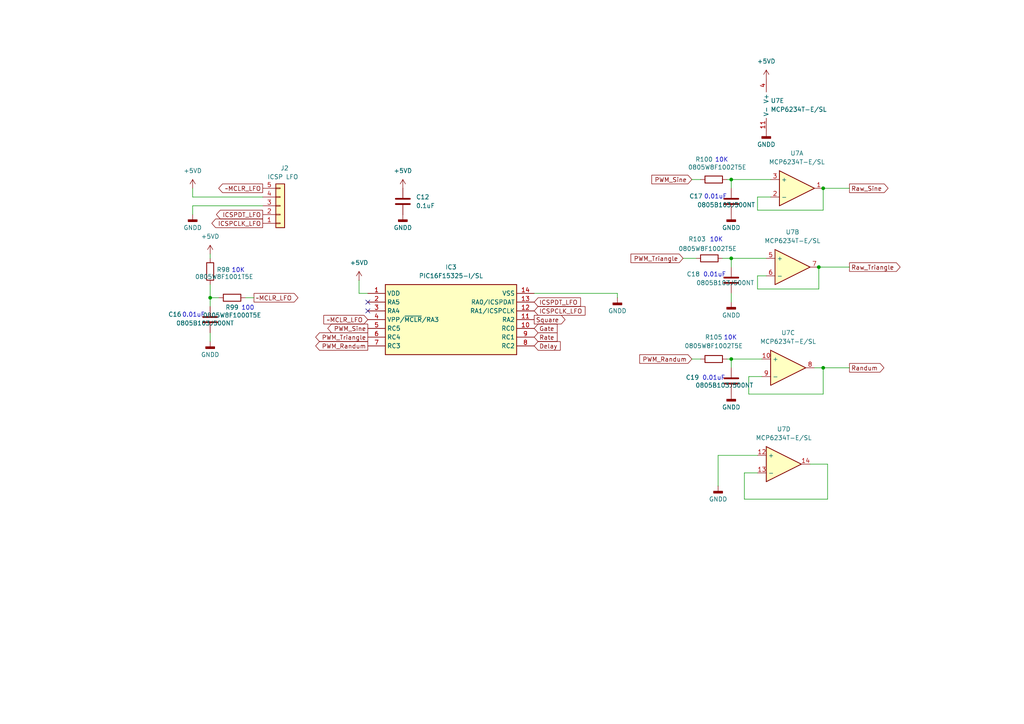
<source format=kicad_sch>
(kicad_sch (version 20250114) (generator "eeschema") (generator_version "9.0")
  (paper "A4")
  (lib_symbols
    (symbol "Connector_Generic:Conn_01x05" (pin_names (offset 1.016) (hide yes))
      (property "Reference" "J" (at 0 7.62 0))
      (property "Value" "Conn_01x05" (at 0 -7.62 0))
      (symbol "Conn_01x05_1_1"
        (rectangle (start -1.27 6.35) (end 1.27 -6.35) (stroke (width 0.254)) (fill (type background)))
        (rectangle (start -1.27 5.207) (end 0 4.953) (stroke (width 0.1524)))
        (rectangle (start -1.27 2.667) (end 0 2.413) (stroke (width 0.1524)))
        (rectangle (start -1.27 0.127) (end 0 -0.127) (stroke (width 0.1524)))
        (rectangle (start -1.27 -2.413) (end 0 -2.667) (stroke (width 0.1524)))
        (rectangle (start -1.27 -4.953) (end 0 -5.207) (stroke (width 0.1524)))
        (pin passive line (at -5.08 5.08 0) (length 3.81) (name "Pin_1") (number "1"))
        (pin passive line (at -5.08 2.54 0) (length 3.81) (name "Pin_2") (number "2"))
        (pin passive line (at -5.08 0 0) (length 3.81) (name "Pin_3") (number "3"))
        (pin passive line (at -5.08 -2.54 0) (length 3.81) (name "Pin_4") (number "4"))
        (pin passive line (at -5.08 -5.08 0) (length 3.81) (name "Pin_5") (number "5"))
      )
    )
    (symbol "Device:C" (pin_numbers (hide yes)) (pin_names (offset 0.254))
      (property "Reference" "C" (at 0.635 2.54 0))
      (property "Value" "C" (at 0.635 -2.54 0))
      (symbol "C_0_1"
        (polyline (pts (xy -2.032 0.762) (xy 2.032 0.762)) (stroke (width 0.508)))
        (polyline (pts (xy -2.032 -0.762) (xy 2.032 -0.762)) (stroke (width 0.508)))
      )
      (symbol "C_1_1"
        (pin passive line (at 0 3.81 270) (length 2.794) (name "~") (number "1"))
        (pin passive line (at 0 -3.81 90) (length 2.794) (name "~") (number "2"))
      )
    )
    (symbol "Device:Opamp_Quad"
      (property "Reference" "U" (at 0 5.08 0))
      (property "Value" "Opamp_Quad" (at 0 -5.08 0))
      (symbol "Opamp_Quad_1_1"
        (polyline (pts (xy -5.08 5.08) (xy 5.08 0) (xy -5.08 -5.08) (xy -5.08 5.08)) (stroke (width 0.254)) (fill (type background)))
        (pin input line (at -7.62 2.54 0) (length 2.54) (name "+") (number "3"))
        (pin input line (at -7.62 -2.54 0) (length 2.54) (name "-") (number "2"))
        (pin output line (at 7.62 0 180) (length 2.54) (name "~") (number "1"))
      )
      (symbol "Opamp_Quad_2_1"
        (polyline (pts (xy -5.08 5.08) (xy 5.08 0) (xy -5.08 -5.08) (xy -5.08 5.08)) (stroke (width 0.254)) (fill (type background)))
        (pin input line (at -7.62 2.54 0) (length 2.54) (name "+") (number "5"))
        (pin input line (at -7.62 -2.54 0) (length 2.54) (name "-") (number "6"))
        (pin output line (at 7.62 0 180) (length 2.54) (name "~") (number "7"))
      )
      (symbol "Opamp_Quad_3_1"
        (polyline (pts (xy -5.08 5.08) (xy 5.08 0) (xy -5.08 -5.08) (xy -5.08 5.08)) (stroke (width 0.254)) (fill (type background)))
        (pin input line (at -7.62 2.54 0) (length 2.54) (name "+") (number "10"))
        (pin input line (at -7.62 -2.54 0) (length 2.54) (name "-") (number "9"))
        (pin output line (at 7.62 0 180) (length 2.54) (name "~") (number "8"))
      )
      (symbol "Opamp_Quad_4_1"
        (polyline (pts (xy -5.08 5.08) (xy 5.08 0) (xy -5.08 -5.08) (xy -5.08 5.08)) (stroke (width 0.254)) (fill (type background)))
        (pin input line (at -7.62 2.54 0) (length 2.54) (name "+") (number "12"))
        (pin input line (at -7.62 -2.54 0) (length 2.54) (name "-") (number "13"))
        (pin output line (at 7.62 0 180) (length 2.54) (name "~") (number "14"))
      )
      (symbol "Opamp_Quad_5_1"
        (pin power_in line (at -2.54 7.62 270) (length 3.81) (name "V+") (number "4"))
        (pin power_in line (at -2.54 -7.62 90) (length 3.81) (name "V-") (number "11"))
      )
    )
    (symbol "Device:R" (pin_numbers (hide yes)) (pin_names (offset 0))
      (property "Reference" "R" (at 2.032 0 90))
      (property "Value" "R" (at 0 0 90))
      (symbol "R_0_1"
        (rectangle (start -1.016 -2.54) (end 1.016 2.54) (stroke (width 0.254)))
      )
      (symbol "R_1_1"
        (pin passive line (at 0 3.81 270) (length 1.27) (name "~") (number "1"))
        (pin passive line (at 0 -3.81 90) (length 1.27) (name "~") (number "2"))
      )
    )
    (symbol "SamacSys_Parts:PIC16F15325-I_P"
      (property "Reference" "IC" (at 44.45 7.62 0))
      (property "Value" "PIC16F15325-I_P" (at 44.45 5.08 0))
      (symbol "PIC16F15325-I_P_1_1"
        (rectangle (start 5.08 2.54) (end 43.18 -17.78) (stroke (width 0.254)) (fill (type background)))
        (pin passive line (at 0 0 0) (length 5.08) (name "VDD") (number "1"))
        (pin passive line (at 0 -2.54 0) (length 5.08) (name "RA5") (number "2"))
        (pin passive line (at 0 -5.08 0) (length 5.08) (name "RA4") (number "3"))
        (pin passive line (at 0 -7.62 0) (length 5.08) (name "VPP/~{MCLR}/RA3") (number "4"))
        (pin passive line (at 0 -10.16 0) (length 5.08) (name "RC5") (number "5"))
        (pin passive line (at 0 -12.7 0) (length 5.08) (name "RC4") (number "6"))
        (pin passive line (at 0 -15.24 0) (length 5.08) (name "RC3") (number "7"))
        (pin passive line (at 48.26 0 180) (length 5.08) (name "VSS") (number "14"))
        (pin passive line (at 48.26 -2.54 180) (length 5.08) (name "RA0/ICSPDAT") (number "13"))
        (pin passive line (at 48.26 -5.08 180) (length 5.08) (name "RA1/ICSPCLK") (number "12"))
        (pin passive line (at 48.26 -7.62 180) (length 5.08) (name "RA2") (number "11"))
        (pin passive line (at 48.26 -10.16 180) (length 5.08) (name "RC0") (number "10"))
        (pin passive line (at 48.26 -12.7 180) (length 5.08) (name "RC1") (number "9"))
        (pin passive line (at 48.26 -15.24 180) (length 5.08) (name "RC2") (number "8"))
      )
    )
    (symbol "power:+5VD" (power) (pin_numbers (hide yes)) (pin_names (offset 0) (hide yes))
      (property "Value" "+5VD" (at 0 3.556 0))
      (symbol "+5VD_0_1"
        (polyline (pts (xy -0.762 1.27) (xy 0 2.54)))
        (polyline (pts (xy 0 2.54) (xy 0.762 1.27)))
        (polyline (pts (xy 0 0) (xy 0 2.54)))
      )
      (symbol "+5VD_1_1"
        (pin power_in line (at 0 0 90) (length 0) (name "~") (number "1"))
      )
    )
    (symbol "power:GNDD" (power) (pin_numbers (hide yes)) (pin_names (offset 0) (hide yes))
      (property "Value" "GNDD" (at 0 -3.175 0))
      (symbol "GNDD_0_1"
        (rectangle (start -1.27 -1.524) (end 1.27 -2.032) (stroke (width 0.254)) (fill (type outline)))
        (polyline (pts (xy 0 0) (xy 0 -1.524)))
      )
      (symbol "GNDD_1_1"
        (pin power_in line (at 0 0 270) (length 0) (name "~") (number "1"))
      )
    )
  )
  (text "10K" (at 69.088 78.486 0) (effects (font (size 1.27 1.27))))
  (text "0.01uF" (at 56.134 91.44 0) (effects (font (size 1.27 1.27))))
  (text "10K" (at 209.296 46.482 0) (effects (font (size 1.27 1.27))))
  (text "10K" (at 211.836 98.044 0) (effects (font (size 1.27 1.27))))
  (text "0.01uF" (at 207.264 79.756 0) (effects (font (size 1.27 1.27))))
  (text "0.01uF" (at 207.01 109.728 0) (effects (font (size 1.27 1.27))))
  (text "100" (at 71.882 89.408 0) (effects (font (size 1.27 1.27))))
  (text "10K" (at 207.772 69.596 0) (effects (font (size 1.27 1.27))))
  (text "0.01uF" (at 207.518 57.15 0) (effects (font (size 1.27 1.27))))
  (junction (at 212.09 104.14))
  (junction (at 212.09 52.07))
  (junction (at 237.49 77.47))
  (junction (at 60.96 86.36))
  (junction (at 212.09 74.93))
  (junction (at 238.76 106.68))
  (junction (at 238.76 54.61))
  (no_connect (at 106.68 87.63))
  (no_connect (at 106.68 90.17))
  (wire (pts (xy 238.76 106.68) (xy 236.22 106.68)))
  (wire (pts (xy 219.71 137.16) (xy 215.9 137.16)))
  (wire (pts (xy 60.96 96.52) (xy 60.96 99.06)))
  (wire (pts (xy 238.76 106.68) (xy 246.38 106.68)))
  (wire (pts (xy 223.52 57.15) (xy 219.71 57.15)))
  (wire (pts (xy 237.49 77.47) (xy 237.49 83.82)))
  (wire (pts (xy 219.71 60.96) (xy 238.76 60.96)))
  (wire (pts (xy 219.71 57.15) (xy 219.71 60.96)))
  (wire (pts (xy 210.82 104.14) (xy 212.09 104.14)))
  (wire (pts (xy 217.17 109.22) (xy 217.17 114.3)))
  (wire (pts (xy 210.82 52.07) (xy 212.09 52.07)))
  (wire (pts (xy 240.03 144.78) (xy 240.03 134.62)))
  (wire (pts (xy 238.76 60.96) (xy 238.76 54.61)))
  (wire (pts (xy 104.14 85.09) (xy 104.14 81.28)))
  (wire (pts (xy 215.9 137.16) (xy 215.9 144.78)))
  (wire (pts (xy 212.09 52.07) (xy 223.52 52.07)))
  (wire (pts (xy 60.96 82.55) (xy 60.96 86.36)))
  (wire (pts (xy 212.09 74.93) (xy 222.25 74.93)))
  (wire (pts (xy 198.12 74.93) (xy 201.93 74.93)))
  (wire (pts (xy 219.71 83.82) (xy 237.49 83.82)))
  (wire (pts (xy 219.71 80.01) (xy 219.71 83.82)))
  (wire (pts (xy 106.68 85.09) (xy 104.14 85.09)))
  (wire (pts (xy 219.71 132.08) (xy 208.28 132.08)))
  (wire (pts (xy 212.09 104.14) (xy 220.98 104.14)))
  (wire (pts (xy 60.96 86.36) (xy 60.96 88.9)))
  (wire (pts (xy 212.09 52.07) (xy 212.09 54.61)))
  (wire (pts (xy 212.09 85.09) (xy 212.09 87.63)))
  (wire (pts (xy 200.66 52.07) (xy 203.2 52.07)))
  (wire (pts (xy 55.88 59.69) (xy 55.88 62.23)))
  (wire (pts (xy 55.88 59.69) (xy 76.2 59.69)))
  (wire (pts (xy 217.17 114.3) (xy 238.76 114.3)))
  (wire (pts (xy 71.12 86.36) (xy 73.66 86.36)))
  (wire (pts (xy 179.07 85.09) (xy 179.07 86.36)))
  (wire (pts (xy 222.25 80.01) (xy 219.71 80.01)))
  (wire (pts (xy 220.98 109.22) (xy 217.17 109.22)))
  (wire (pts (xy 60.96 86.36) (xy 63.5 86.36)))
  (wire (pts (xy 55.88 57.15) (xy 76.2 57.15)))
  (wire (pts (xy 55.88 54.61) (xy 55.88 57.15)))
  (wire (pts (xy 209.55 74.93) (xy 212.09 74.93)))
  (wire (pts (xy 240.03 134.62) (xy 234.95 134.62)))
  (wire (pts (xy 238.76 114.3) (xy 238.76 106.68)))
  (wire (pts (xy 212.09 104.14) (xy 212.09 106.68)))
  (wire (pts (xy 200.66 104.14) (xy 203.2 104.14)))
  (wire (pts (xy 208.28 132.08) (xy 208.28 140.97)))
  (wire (pts (xy 238.76 54.61) (xy 246.38 54.61)))
  (wire (pts (xy 237.49 77.47) (xy 246.38 77.47)))
  (wire (pts (xy 215.9 144.78) (xy 240.03 144.78)))
  (wire (pts (xy 60.96 73.66) (xy 60.96 74.93)))
  (wire (pts (xy 154.94 85.09) (xy 179.07 85.09)))
  (wire (pts (xy 212.09 74.93) (xy 212.09 77.47)))
  (global_label "~MCLR_LFO" (shape output) (at 73.66 86.36 0) (property "Intersheetrefs" "${INTERSHEET_REFS}" (effects (hide yes))))
  (global_label "PWM_Randum" (shape input) (at 200.66 104.14 180) (property "Intersheetrefs" "${INTERSHEET_REFS}" (effects (hide yes))))
  (global_label "Delay" (shape input) (at 154.94 100.33 0) (property "Intersheetrefs" "${INTERSHEET_REFS}" (effects (hide yes))))
  (global_label "ICSPCLK_LFO" (shape output) (at 76.2 64.77 180) (property "Intersheetrefs" "${INTERSHEET_REFS}" (effects (hide yes))))
  (global_label "PWM_Sine" (shape input) (at 200.66 52.07 180) (property "Intersheetrefs" "${INTERSHEET_REFS}" (effects (hide yes))))
  (global_label "PWM_Triangle" (shape output) (at 106.68 97.79 180) (property "Intersheetrefs" "${INTERSHEET_REFS}" (effects (hide yes))))
  (global_label "~MCLR_LFO" (shape input) (at 106.68 92.71 180) (property "Intersheetrefs" "${INTERSHEET_REFS}" (effects (hide yes))))
  (global_label "Gate" (shape input) (at 154.94 95.25 0) (property "Intersheetrefs" "${INTERSHEET_REFS}" (effects (hide yes))))
  (global_label "ICSPDT_LFO" (shape input) (at 154.94 87.63 0) (property "Intersheetrefs" "${INTERSHEET_REFS}" (effects (hide yes))))
  (global_label "ICSPCLK_LFO" (shape input) (at 154.94 90.17 0) (property "Intersheetrefs" "${INTERSHEET_REFS}" (effects (hide yes))))
  (global_label "Randum" (shape output) (at 246.38 106.68 0) (property "Intersheetrefs" "${INTERSHEET_REFS}" (effects (hide yes))))
  (global_label "PWM_Triangle" (shape input) (at 198.12 74.93 180) (property "Intersheetrefs" "${INTERSHEET_REFS}" (effects (hide yes))))
  (global_label "Rate" (shape input) (at 154.94 97.79 0) (property "Intersheetrefs" "${INTERSHEET_REFS}" (effects (hide yes))))
  (global_label "Square" (shape output) (at 154.94 92.71 0) (property "Intersheetrefs" "${INTERSHEET_REFS}" (effects (hide yes))))
  (global_label "Raw_Sine" (shape output) (at 246.38 54.61 0) (property "Intersheetrefs" "${INTERSHEET_REFS}" (effects (hide yes))))
  (global_label "PWM_Sine" (shape output) (at 106.68 95.25 180) (property "Intersheetrefs" "${INTERSHEET_REFS}" (effects (hide yes))))
  (global_label "PWM_Randum" (shape output) (at 106.68 100.33 180) (property "Intersheetrefs" "${INTERSHEET_REFS}" (effects (hide yes))))
  (global_label "~MCLR_LFO" (shape output) (at 76.2 54.61 180) (property "Intersheetrefs" "${INTERSHEET_REFS}" (effects (hide yes))))
  (global_label "Raw_Triangle" (shape output) (at 246.38 77.47 0) (property "Intersheetrefs" "${INTERSHEET_REFS}" (effects (hide yes))))
  (global_label "ICSPDT_LFO" (shape output) (at 76.2 62.23 180) (property "Intersheetrefs" "${INTERSHEET_REFS}" (effects (hide yes))))
  (symbol (lib_id "power:+5VD") (at 116.84 54.61 0) (unit 1)
    (property "Reference" "#PWR0172" (effects (hide yes)))
    (property "Value" "+5VD" (at 116.84 49.53 0))
    (property "Description" "Power symbol creates a global label with name \"+5VD\"" (effects (hide yes)))
  )
  (symbol (lib_id "power:+5VD") (at 222.25 22.86 0) (unit 1)
    (property "Reference" "#PWR0195" (effects (hide yes)))
    (property "Value" "+5VD" (at 222.25 17.78 0))
    (property "Description" "Power symbol creates a global label with name \"+5VD\"" (effects (hide yes)))
  )
  (symbol (lib_id "Device:R") (at 60.96 78.74 180) (unit 1)
    (property "Reference" "R98" (at 64.77 78.232 0))
    (property "Value" "0805W8F1001T5E" (at 65.024 80.264 0))
    (property "Footprint" "Resistor_SMD:R_0805_2012Metric_Pad1.20x1.40mm_HandSolder" (effects (hide yes)))
    (property "Description" "Resistor" (effects (hide yes)))
  )
  (symbol (lib_id "Device:C") (at 116.84 58.42 0) (unit 1)
    (property "Reference" "C12" (at 120.65 57.1499 0) (effects (justify left)))
    (property "Value" "0.1uF" (at 120.65 59.6899 0) (effects (justify left)))
    (property "Footprint" "Capacitor_SMD:C_0805_2012Metric_Pad1.18x1.45mm_HandSolder" (effects (hide yes)))
    (property "Description" "Unpolarized capacitor" (effects (hide yes)))
  )
  (symbol (lib_id "SamacSys_Parts:PIC16F15325-I_P") (at 106.68 85.09 0) (unit 1)
    (property "Reference" "IC3" (at 130.81 77.47 0))
    (property "Value" "PIC16F15325-I/SL" (at 130.81 80.01 0))
    (property "Footprint" "Package_SO:SOIC-14_3.9x8.7mm_P1.27mm" (effects (hide yes)))
    (property "Datasheet" "http://ww1.microchip.com/downloads/en/DeviceDoc/PIC16-L-F15325-45-Data-Sheet-40001865D.pdf" (effects (hide yes)))
    (property "Description" "Microchip Technology PIC16F15325-I/P, 8bit 8 bit CPU Microcontroller, 32MHz, 14 kB Flash, 20-Pin PDIP" (effects (hide yes)))
    (property "Height" "5.334" (effects (hide yes)))
    (property "Manufacturer_Name" "Microchip" (effects (hide yes)))
    (property "Manufacturer_Part_Number" "PIC16F15325-I/P" (effects (hide yes)))
    (property "Mouser Part Number" "579-PIC16F15325-I/P" (effects (hide yes)))
    (property "Mouser Price/Stock" "https://www.mouser.co.uk/ProductDetail/Microchip-Technology/PIC16F15325-I-P?qs=IP4CA2YhK0DC%2Fn%252BBka0%252BeQ%3D%3D" (effects (hide yes)))
    (property "Arrow Part Number" "PIC16F15325-I/P" (effects (hide yes)))
    (property "Arrow Price/Stock" "https://www.arrow.com/en/products/pic16f15325-ip/microchip-technology?region=nac" (effects (hide yes)))
  )
  (symbol (lib_id "Device:R") (at 205.74 74.93 90) (mirror x) (unit 1)
    (property "Reference" "R103" (at 202.184 69.342 90))
    (property "Value" "0805W8F1002T5E" (at 205.232 72.136 90))
    (property "Footprint" "Resistor_SMD:R_0805_2012Metric_Pad1.20x1.40mm_HandSolder" (effects (hide yes)))
    (property "Description" "Resistor" (effects (hide yes)))
  )
  (symbol (lib_id "power:GNDD") (at 222.25 38.1 0) (unit 1)
    (property "Reference" "#PWR0183" (effects (hide yes)))
    (property "Value" "GNDD" (at 222.25 41.91 0))
    (property "Description" "Power symbol creates a global label with name \"GNDD\" , digital ground" (effects (hide yes)))
  )
  (symbol (lib_id "power:GNDD") (at 55.88 62.23 0) (unit 1)
    (property "Reference" "#PWR0174" (effects (hide yes)))
    (property "Value" "GNDD" (at 55.88 66.04 0))
    (property "Description" "Power symbol creates a global label with name \"GNDD\" , digital ground" (effects (hide yes)))
  )
  (symbol (lib_id "power:GNDD") (at 60.96 99.06 0) (unit 1)
    (property "Reference" "#PWR0175" (effects (hide yes)))
    (property "Value" "GNDD" (at 60.96 102.87 0))
    (property "Description" "Power symbol creates a global label with name \"GNDD\" , digital ground" (effects (hide yes)))
  )
  (symbol (lib_id "power:GNDD") (at 212.09 87.63 0) (unit 1)
    (property "Reference" "#PWR0180" (effects (hide yes)))
    (property "Value" "GNDD" (at 212.09 91.44 0))
    (property "Description" "Power symbol creates a global label with name \"GNDD\" , digital ground" (effects (hide yes)))
  )
  (symbol (lib_id "power:+5VD") (at 55.88 54.61 0) (mirror y) (unit 1)
    (property "Reference" "#PWR0179" (effects (hide yes)))
    (property "Value" "+5VD" (at 55.88 49.53 0))
    (property "Description" "Power symbol creates a global label with name \"+5VD\"" (effects (hide yes)))
  )
  (symbol (lib_id "Device:R") (at 207.01 52.07 90) (unit 1)
    (property "Reference" "R100" (at 204.216 46.228 90))
    (property "Value" "0805W8F1002T5E" (at 208.026 48.514 90))
    (property "Footprint" "Resistor_SMD:R_0805_2012Metric_Pad1.20x1.40mm_HandSolder" (effects (hide yes)))
    (property "Description" "Resistor" (effects (hide yes)))
  )
  (symbol (lib_id "power:GNDD") (at 179.07 86.36 0) (unit 1)
    (property "Reference" "#PWR0176" (effects (hide yes)))
    (property "Value" "GNDD" (at 179.07 90.17 0))
    (property "Description" "Power symbol creates a global label with name \"GNDD\" , digital ground" (effects (hide yes)))
  )
  (symbol (lib_id "power:GNDD") (at 212.09 114.3 0) (unit 1)
    (property "Reference" "#PWR0177" (effects (hide yes)))
    (property "Value" "GNDD" (at 212.09 118.11 0))
    (property "Description" "Power symbol creates a global label with name \"GNDD\" , digital ground" (effects (hide yes)))
  )
  (symbol (lib_id "Device:Opamp_Quad") (at 229.87 77.47 0) (unit 2)
    (property "Reference" "U7" (at 229.87 67.31 0))
    (property "Value" "MCP6234T-E/SL" (at 229.87 69.85 0))
    (property "Footprint" "Package_SO:SOIC-14_3.9x8.7mm_P1.27mm" (effects (hide yes)))
    (property "Description" "Quad operational amplifier" (effects (hide yes)))
    (property "Sim.Library" "${KICAD9_SYMBOL_DIR}/Simulation_SPICE.sp" (effects (hide yes)))
    (property "Sim.Name" "kicad_builtin_opamp_quad" (effects (hide yes)))
    (property "Sim.Device" "SUBCKT" (effects (hide yes)))
    (property "Sim.Pins" "1=out1 2=in1- 3=in1+ 4=vcc 5=in2+ 6=in2- 7=out2 8=out3 9=in3- 10=in3+ 11=vee 12=in4+ 13=in4- 14=out4" (effects (hide yes)))
  )
  (symbol (lib_id "Connector_Generic:Conn_01x05") (at 81.28 59.69 0) (mirror x) (unit 1)
    (property "Reference" "J2" (at 82.55 48.768 0))
    (property "Value" "ICSP LFO" (at 82.042 51.308 0))
    (property "Footprint" "Connector_PinHeader_2.54mm:PinHeader_1x05_P2.54mm_Vertical" (effects (hide yes)))
    (property "Description" "Generic connector, single row, 01x05, script generated (kicad-library-utils/schlib/autogen/connector/)" (effects (hide yes)))
  )
  (symbol (lib_id "power:+5VD") (at 104.14 81.28 0) (unit 1)
    (property "Reference" "#PWR0169" (effects (hide yes)))
    (property "Value" "+5VD" (at 104.14 76.2 0))
    (property "Description" "Power symbol creates a global label with name \"+5VD\"" (effects (hide yes)))
  )
  (symbol (lib_id "Device:C") (at 212.09 81.28 0) (unit 1)
    (property "Reference" "C18" (at 199.136 79.502 0) (effects (justify left)))
    (property "Value" "0805B103J500NT" (at 201.93 82.042 0) (effects (justify left)))
    (property "Footprint" "Capacitor_SMD:C_0805_2012Metric_Pad1.18x1.45mm_HandSolder" (effects (hide yes)))
    (property "Description" "Unpolarized capacitor" (effects (hide yes)))
  )
  (symbol (lib_id "Device:C") (at 60.96 92.71 0) (unit 1)
    (property "Reference" "C16" (at 48.768 91.186 0) (effects (justify left)))
    (property "Value" "0805B103J500NT" (at 51.054 93.726 0) (effects (justify left)))
    (property "Footprint" "Capacitor_SMD:C_0805_2012Metric_Pad1.18x1.45mm_HandSolder" (effects (hide yes)))
    (property "Description" "Unpolarized capacitor" (effects (hide yes)))
  )
  (symbol (lib_id "Device:R") (at 67.31 86.36 90) (unit 1)
    (property "Reference" "R99" (at 67.31 89.154 90))
    (property "Value" "0805W8F1000T5E" (at 67.31 91.44 90))
    (property "Footprint" "Resistor_SMD:R_0805_2012Metric_Pad1.20x1.40mm_HandSolder" (effects (hide yes)))
    (property "Description" "Resistor" (effects (hide yes)))
  )
  (symbol (lib_id "Device:Opamp_Quad") (at 227.33 134.62 0) (unit 4)
    (property "Reference" "U7" (at 227.33 124.46 0))
    (property "Value" "MCP6234T-E/SL" (at 227.33 127 0))
    (property "Footprint" "Package_SO:SOIC-14_3.9x8.7mm_P1.27mm" (effects (hide yes)))
    (property "Description" "Quad operational amplifier" (effects (hide yes)))
    (property "Sim.Library" "${KICAD9_SYMBOL_DIR}/Simulation_SPICE.sp" (effects (hide yes)))
    (property "Sim.Name" "kicad_builtin_opamp_quad" (effects (hide yes)))
    (property "Sim.Device" "SUBCKT" (effects (hide yes)))
    (property "Sim.Pins" "1=out1 2=in1- 3=in1+ 4=vcc 5=in2+ 6=in2- 7=out2 8=out3 9=in3- 10=in3+ 11=vee 12=in4+ 13=in4- 14=out4" (effects (hide yes)))
  )
  (symbol (lib_id "power:GNDD") (at 116.84 62.23 0) (unit 1)
    (property "Reference" "#PWR0173" (effects (hide yes)))
    (property "Value" "GNDD" (at 116.84 66.04 0))
    (property "Description" "Power symbol creates a global label with name \"GNDD\" , digital ground" (effects (hide yes)))
  )
  (symbol (lib_id "Device:Opamp_Quad") (at 228.6 106.68 0) (unit 3)
    (property "Reference" "U7" (at 228.6 96.52 0))
    (property "Value" "MCP6234T-E/SL" (at 228.6 99.06 0))
    (property "Footprint" "Package_SO:SOIC-14_3.9x8.7mm_P1.27mm" (effects (hide yes)))
    (property "Description" "Quad operational amplifier" (effects (hide yes)))
    (property "Sim.Library" "${KICAD9_SYMBOL_DIR}/Simulation_SPICE.sp" (effects (hide yes)))
    (property "Sim.Name" "kicad_builtin_opamp_quad" (effects (hide yes)))
    (property "Sim.Device" "SUBCKT" (effects (hide yes)))
    (property "Sim.Pins" "1=out1 2=in1- 3=in1+ 4=vcc 5=in2+ 6=in2- 7=out2 8=out3 9=in3- 10=in3+ 11=vee 12=in4+ 13=in4- 14=out4" (effects (hide yes)))
  )
  (symbol (lib_id "Device:Opamp_Quad") (at 231.14 54.61 0) (unit 1)
    (property "Reference" "U7" (at 231.14 44.45 0))
    (property "Value" "MCP6234T-E/SL" (at 231.14 46.99 0))
    (property "Footprint" "Package_SO:SOIC-14_3.9x8.7mm_P1.27mm" (effects (hide yes)))
    (property "Description" "Quad operational amplifier" (effects (hide yes)))
    (property "Sim.Library" "${KICAD9_SYMBOL_DIR}/Simulation_SPICE.sp" (effects (hide yes)))
    (property "Sim.Name" "kicad_builtin_opamp_quad" (effects (hide yes)))
    (property "Sim.Device" "SUBCKT" (effects (hide yes)))
    (property "Sim.Pins" "1=out1 2=in1- 3=in1+ 4=vcc 5=in2+ 6=in2- 7=out2 8=out3 9=in3- 10=in3+ 11=vee 12=in4+ 13=in4- 14=out4" (effects (hide yes)))
  )
  (symbol (lib_id "power:GNDD") (at 212.09 62.23 0) (unit 1)
    (property "Reference" "#PWR0182" (effects (hide yes)))
    (property "Value" "GNDD" (at 212.09 66.04 0))
    (property "Description" "Power symbol creates a global label with name \"GNDD\" , digital ground" (effects (hide yes)))
  )
  (symbol (lib_id "Device:C") (at 212.09 58.42 0) (unit 1)
    (property "Reference" "C17" (at 199.898 56.896 0) (effects (justify left)))
    (property "Value" "0805B103J500NT" (at 202.184 59.436 0) (effects (justify left)))
    (property "Footprint" "Capacitor_SMD:C_0805_2012Metric_Pad1.18x1.45mm_HandSolder" (effects (hide yes)))
    (property "Description" "Unpolarized capacitor" (effects (hide yes)))
  )
  (symbol (lib_id "Device:C") (at 212.09 110.49 0) (unit 1)
    (property "Reference" "C19" (at 198.882 109.474 0) (effects (justify left)))
    (property "Value" "0805B103J500NT" (at 201.676 111.76 0) (effects (justify left)))
    (property "Footprint" "Capacitor_SMD:C_0805_2012Metric_Pad1.18x1.45mm_HandSolder" (effects (hide yes)))
    (property "Description" "Unpolarized capacitor" (effects (hide yes)))
  )
  (symbol (lib_id "power:+5VD") (at 60.96 73.66 0) (mirror y) (unit 1)
    (property "Reference" "#PWR0181" (effects (hide yes)))
    (property "Value" "+5VD" (at 60.96 68.58 0))
    (property "Description" "Power symbol creates a global label with name \"+5VD\"" (effects (hide yes)))
  )
  (symbol (lib_id "power:GNDD") (at 208.28 140.97 0) (unit 1)
    (property "Reference" "#PWR0178" (effects (hide yes)))
    (property "Value" "GNDD" (at 208.28 144.78 0))
    (property "Description" "Power symbol creates a global label with name \"GNDD\" , digital ground" (effects (hide yes)))
  )
  (symbol (lib_id "Device:Opamp_Quad") (at 224.79 30.48 0) (unit 5)
    (property "Reference" "U7" (at 223.52 29.2099 0) (effects (justify left)))
    (property "Value" "MCP6234T-E/SL" (at 223.52 31.7499 0) (effects (justify left)))
    (property "Footprint" "Package_SO:SOIC-14_3.9x8.7mm_P1.27mm" (effects (hide yes)))
    (property "Description" "Quad operational amplifier" (effects (hide yes)))
    (property "Sim.Library" "${KICAD9_SYMBOL_DIR}/Simulation_SPICE.sp" (effects (hide yes)))
    (property "Sim.Name" "kicad_builtin_opamp_quad" (effects (hide yes)))
    (property "Sim.Device" "SUBCKT" (effects (hide yes)))
    (property "Sim.Pins" "1=out1 2=in1- 3=in1+ 4=vcc 5=in2+ 6=in2- 7=out2 8=out3 9=in3- 10=in3+ 11=vee 12=in4+ 13=in4- 14=out4" (effects (hide yes)))
  )
  (symbol (lib_id "Device:R") (at 207.01 104.14 90) (unit 1)
    (property "Reference" "R105" (at 207.01 97.79 90))
    (property "Value" "0805W8F1002T5E" (at 207.01 100.33 90))
    (property "Footprint" "Resistor_SMD:R_0805_2012Metric_Pad1.20x1.40mm_HandSolder" (effects (hide yes)))
    (property "Description" "Resistor" (effects (hide yes)))
  )
)
</source>
